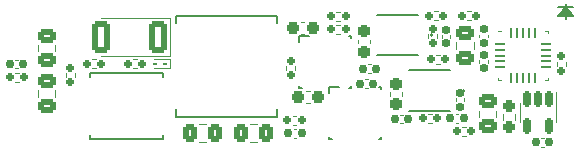
<source format=gbr>
%TF.GenerationSoftware,KiCad,Pcbnew,7.0.7*%
%TF.CreationDate,2024-08-01T01:42:33+03:00*%
%TF.ProjectId,_autosave-Main_PCB_002,5f617574-6f73-4617-9665-2d4d61696e5f,rev?*%
%TF.SameCoordinates,Original*%
%TF.FileFunction,Legend,Top*%
%TF.FilePolarity,Positive*%
%FSLAX46Y46*%
G04 Gerber Fmt 4.6, Leading zero omitted, Abs format (unit mm)*
G04 Created by KiCad (PCBNEW 7.0.7) date 2024-08-01 01:42:33*
%MOMM*%
%LPD*%
G01*
G04 APERTURE LIST*
G04 Aperture macros list*
%AMRoundRect*
0 Rectangle with rounded corners*
0 $1 Rounding radius*
0 $2 $3 $4 $5 $6 $7 $8 $9 X,Y pos of 4 corners*
0 Add a 4 corners polygon primitive as box body*
4,1,4,$2,$3,$4,$5,$6,$7,$8,$9,$2,$3,0*
0 Add four circle primitives for the rounded corners*
1,1,$1+$1,$2,$3*
1,1,$1+$1,$4,$5*
1,1,$1+$1,$6,$7*
1,1,$1+$1,$8,$9*
0 Add four rect primitives between the rounded corners*
20,1,$1+$1,$2,$3,$4,$5,0*
20,1,$1+$1,$4,$5,$6,$7,0*
20,1,$1+$1,$6,$7,$8,$9,0*
20,1,$1+$1,$8,$9,$2,$3,0*%
%AMFreePoly0*
4,1,14,0.230680,0.111820,0.364320,-0.021821,0.377500,-0.053642,0.377500,-0.080000,0.364320,-0.111820,0.332500,-0.125000,-0.332500,-0.125000,-0.364320,-0.111820,-0.377500,-0.080000,-0.377500,0.080000,-0.364320,0.111820,-0.332500,0.125000,0.198860,0.125000,0.230680,0.111820,0.230680,0.111820,$1*%
%AMFreePoly1*
4,1,14,0.364320,0.111820,0.377500,0.080000,0.377501,0.053640,0.364318,0.021819,0.230680,-0.111820,0.198860,-0.125000,-0.332500,-0.125000,-0.364320,-0.111820,-0.377500,-0.080000,-0.377500,0.080000,-0.364320,0.111820,-0.332500,0.125000,0.332500,0.125000,0.364320,0.111820,0.364320,0.111820,$1*%
%AMFreePoly2*
4,1,15,0.053642,0.377500,0.080000,0.377500,0.111820,0.364320,0.125000,0.332500,0.125000,-0.332500,0.111820,-0.364320,0.080000,-0.377500,-0.080000,-0.377500,-0.111820,-0.364320,-0.125000,-0.332500,-0.125000,0.198860,-0.111820,0.230680,0.021820,0.364320,0.053640,0.377501,0.053642,0.377500,0.053642,0.377500,$1*%
%AMFreePoly3*
4,1,14,-0.021820,0.364320,0.111820,0.230679,0.125001,0.198860,0.125000,-0.332500,0.111820,-0.364320,0.080000,-0.377500,-0.080000,-0.377500,-0.111820,-0.364320,-0.125000,-0.332500,-0.125000,0.332500,-0.111820,0.364320,-0.080000,0.377500,-0.053640,0.377500,-0.021820,0.364320,-0.021820,0.364320,$1*%
%AMFreePoly4*
4,1,14,0.364320,0.111820,0.377500,0.080000,0.377500,-0.080000,0.364320,-0.111820,0.332500,-0.125000,-0.198860,-0.125001,-0.230680,-0.111818,-0.364320,0.021820,-0.377500,0.053640,-0.377500,0.080000,-0.364320,0.111820,-0.332500,0.125000,0.332500,0.125000,0.364320,0.111820,0.364320,0.111820,$1*%
%AMFreePoly5*
4,1,15,-0.198858,0.125000,0.332500,0.125000,0.364320,0.111820,0.377500,0.080000,0.377500,-0.080000,0.364320,-0.111820,0.332500,-0.125000,-0.332500,-0.125000,-0.364320,-0.111820,-0.377500,-0.080000,-0.377500,-0.053640,-0.364320,-0.021820,-0.230680,0.111820,-0.198860,0.125001,-0.198858,0.125000,-0.198858,0.125000,$1*%
%AMFreePoly6*
4,1,14,0.111820,0.364320,0.125000,0.332500,0.125001,-0.198860,0.111818,-0.230680,-0.021820,-0.364320,-0.053640,-0.377500,-0.080000,-0.377500,-0.111820,-0.364320,-0.125000,-0.332500,-0.125000,0.332500,-0.111820,0.364320,-0.080000,0.377500,0.080000,0.377500,0.111820,0.364320,0.111820,0.364320,$1*%
%AMFreePoly7*
4,1,14,0.111820,0.364320,0.125000,0.332500,0.125000,-0.332500,0.111820,-0.364320,0.080000,-0.377500,0.053640,-0.377501,0.021819,-0.364318,-0.111820,-0.230680,-0.125000,-0.198860,-0.125000,0.332500,-0.111820,0.364320,-0.080000,0.377500,0.080000,0.377500,0.111820,0.364320,0.111820,0.364320,$1*%
G04 Aperture macros list end*
%ADD10C,0.120000*%
%ADD11C,0.152400*%
%ADD12C,0.200000*%
%ADD13C,0.900000*%
%ADD14C,1.600000*%
%ADD15RoundRect,0.237500X-0.300000X-0.237500X0.300000X-0.237500X0.300000X0.237500X-0.300000X0.237500X0*%
%ADD16RoundRect,0.237500X0.237500X-0.300000X0.237500X0.300000X-0.237500X0.300000X-0.237500X-0.300000X0*%
%ADD17C,2.200000*%
%ADD18RoundRect,0.160000X0.160000X-0.197500X0.160000X0.197500X-0.160000X0.197500X-0.160000X-0.197500X0*%
%ADD19RoundRect,0.250000X-0.475000X0.337500X-0.475000X-0.337500X0.475000X-0.337500X0.475000X0.337500X0*%
%ADD20RoundRect,0.160000X0.197500X0.160000X-0.197500X0.160000X-0.197500X-0.160000X0.197500X-0.160000X0*%
%ADD21FreePoly0,0.000000*%
%ADD22RoundRect,0.062500X-0.375000X-0.062500X0.375000X-0.062500X0.375000X0.062500X-0.375000X0.062500X0*%
%ADD23FreePoly1,0.000000*%
%ADD24FreePoly2,0.000000*%
%ADD25RoundRect,0.062500X-0.062500X-0.375000X0.062500X-0.375000X0.062500X0.375000X-0.062500X0.375000X0*%
%ADD26FreePoly3,0.000000*%
%ADD27FreePoly4,0.000000*%
%ADD28FreePoly5,0.000000*%
%ADD29FreePoly6,0.000000*%
%ADD30FreePoly7,0.000000*%
%ADD31R,1.016000X0.457200*%
%ADD32C,1.000000*%
%ADD33RoundRect,0.160000X-0.197500X-0.160000X0.197500X-0.160000X0.197500X0.160000X-0.197500X0.160000X0*%
%ADD34RoundRect,0.062500X-0.117500X-0.062500X0.117500X-0.062500X0.117500X0.062500X-0.117500X0.062500X0*%
%ADD35R,2.971800X6.604000*%
%ADD36RoundRect,0.155000X-0.155000X0.212500X-0.155000X-0.212500X0.155000X-0.212500X0.155000X0.212500X0*%
%ADD37RoundRect,0.155000X-0.212500X-0.155000X0.212500X-0.155000X0.212500X0.155000X-0.212500X0.155000X0*%
%ADD38RoundRect,0.160000X-0.160000X0.197500X-0.160000X-0.197500X0.160000X-0.197500X0.160000X0.197500X0*%
%ADD39RoundRect,0.155000X0.212500X0.155000X-0.212500X0.155000X-0.212500X-0.155000X0.212500X-0.155000X0*%
%ADD40RoundRect,0.155000X0.155000X-0.212500X0.155000X0.212500X-0.155000X0.212500X-0.155000X-0.212500X0*%
%ADD41RoundRect,0.250000X-0.337500X-0.475000X0.337500X-0.475000X0.337500X0.475000X-0.337500X0.475000X0*%
%ADD42R,0.599999X0.249999*%
%ADD43R,2.600000X2.999999*%
%ADD44C,0.499999*%
%ADD45RoundRect,0.250000X0.475000X-0.337500X0.475000X0.337500X-0.475000X0.337500X-0.475000X-0.337500X0*%
%ADD46RoundRect,0.250000X0.500000X1.100000X-0.500000X1.100000X-0.500000X-1.100000X0.500000X-1.100000X0*%
%ADD47RoundRect,0.150000X-0.150000X0.512500X-0.150000X-0.512500X0.150000X-0.512500X0.150000X0.512500X0*%
%ADD48RoundRect,0.237500X0.237500X-0.250000X0.237500X0.250000X-0.237500X0.250000X-0.237500X-0.250000X0*%
%ADD49R,0.711200X0.444500*%
%ADD50RoundRect,0.250000X0.337500X0.475000X-0.337500X0.475000X-0.337500X-0.475000X0.337500X-0.475000X0*%
%ADD51R,1.600200X2.692400*%
G04 APERTURE END LIST*
D10*
%TO.C,C10*%
X79947533Y-53744400D02*
X80240067Y-53744400D01*
X79947533Y-54764400D02*
X80240067Y-54764400D01*
%TO.C,C14*%
X84804600Y-55518267D02*
X84804600Y-55225733D01*
X85824600Y-55518267D02*
X85824600Y-55225733D01*
%TO.C,R1*%
X60021200Y-58333621D02*
X60021200Y-57998379D01*
X60781200Y-58333621D02*
X60781200Y-57998379D01*
%TO.C,C19*%
X94584000Y-55444848D02*
X94584000Y-55967352D01*
X93114000Y-55444848D02*
X93114000Y-55967352D01*
%TO.C,R3*%
X56047021Y-58774600D02*
X55711779Y-58774600D01*
X56047021Y-58014600D02*
X55711779Y-58014600D01*
%TO.C,U2*%
X96645200Y-58657500D02*
X96645200Y-58432500D01*
X96870200Y-54437500D02*
X96645200Y-54437500D01*
X96870200Y-58657500D02*
X96645200Y-58657500D01*
X100640200Y-54437500D02*
X100865200Y-54437500D01*
X100640200Y-58657500D02*
X100865200Y-58657500D01*
X100865200Y-54437500D02*
X100865200Y-54662500D01*
X100865200Y-58657500D02*
X100865200Y-58432500D01*
D11*
%TO.C,U1*%
X68262500Y-63627000D02*
X68262500Y-63312040D01*
X68262500Y-58379360D02*
X68262500Y-58064400D01*
X68262500Y-58064400D02*
X62115700Y-58064400D01*
X62115700Y-63627000D02*
X68262500Y-63627000D01*
X62115700Y-63312040D02*
X62115700Y-63627000D01*
X62115700Y-58064400D02*
X62115700Y-58379360D01*
D10*
%TO.C,R2*%
X62265579Y-56871600D02*
X62600821Y-56871600D01*
X62265579Y-57631600D02*
X62600821Y-57631600D01*
%TO.C,D5*%
X68855200Y-57638900D02*
X68855200Y-56838900D01*
X67495200Y-57638900D02*
X68855200Y-57638900D01*
X67495200Y-56838900D02*
X68855200Y-56838900D01*
D11*
%TO.C,L1*%
X77893000Y-61734700D02*
X77893000Y-61089540D01*
X77893000Y-53820060D02*
X77893000Y-53174900D01*
X77893000Y-53174900D02*
X69333200Y-53174900D01*
X69333200Y-61734700D02*
X77893000Y-61734700D01*
X69333200Y-61089540D02*
X69333200Y-61734700D01*
X69333200Y-53174900D02*
X69333200Y-53820060D01*
D10*
%TO.C,R12*%
X91032121Y-62254400D02*
X90696879Y-62254400D01*
X91032121Y-61494400D02*
X90696879Y-61494400D01*
%TO.C,R8*%
X82955579Y-53959100D02*
X83290821Y-53959100D01*
X82955579Y-54719100D02*
X83290821Y-54719100D01*
%TO.C,C17*%
X93781200Y-60183765D02*
X93781200Y-60415435D01*
X93061200Y-60183765D02*
X93061200Y-60415435D01*
%TO.C,R7*%
X83288521Y-53618400D02*
X82953279Y-53618400D01*
X83288521Y-52858400D02*
X82953279Y-52858400D01*
%TO.C,C11*%
X85355165Y-58568000D02*
X85586835Y-58568000D01*
X85355165Y-59288000D02*
X85586835Y-59288000D01*
%TO.C,C21*%
X92583400Y-54807665D02*
X92583400Y-55039335D01*
X91863400Y-54807665D02*
X91863400Y-55039335D01*
%TO.C,C15*%
X96493000Y-61206748D02*
X96493000Y-61729252D01*
X95023000Y-61206748D02*
X95023000Y-61729252D01*
%TO.C,R9*%
X102361000Y-57058579D02*
X102361000Y-57393821D01*
X101601000Y-57058579D02*
X101601000Y-57393821D01*
%TO.C,C3*%
X55995235Y-57637000D02*
X55763565Y-57637000D01*
X55995235Y-56917000D02*
X55763565Y-56917000D01*
%TO.C,C6*%
X95042400Y-57164235D02*
X95042400Y-56932565D01*
X95762400Y-57164235D02*
X95762400Y-56932565D01*
%TO.C,C7*%
X95042400Y-55021935D02*
X95042400Y-54790265D01*
X95762400Y-55021935D02*
X95762400Y-54790265D01*
%TO.C,C13*%
X88361065Y-61565200D02*
X88592735Y-61565200D01*
X88361065Y-62285200D02*
X88592735Y-62285200D01*
%TO.C,R4*%
X65744779Y-56858900D02*
X66080021Y-56858900D01*
X65744779Y-57618900D02*
X66080021Y-57618900D01*
%TO.C,C12*%
X87484300Y-59937867D02*
X87484300Y-59645333D01*
X88504300Y-59937867D02*
X88504300Y-59645333D01*
%TO.C,C4*%
X71345248Y-62358600D02*
X71867752Y-62358600D01*
X71345248Y-63828600D02*
X71867752Y-63828600D01*
%TO.C,R5*%
X91556821Y-53567600D02*
X91221579Y-53567600D01*
X91556821Y-52807600D02*
X91221579Y-52807600D01*
D12*
%TO.C,U4*%
X79812599Y-54867602D02*
X80612600Y-54867602D01*
X79812599Y-55367601D02*
X79812599Y-54867602D01*
X79812599Y-59267598D02*
X79812599Y-59092602D01*
X79812599Y-59267598D02*
X80012599Y-59267598D01*
X84012601Y-54867602D02*
X84212601Y-54867602D01*
X84012601Y-59267598D02*
X84212601Y-59267598D01*
X84212601Y-55042598D02*
X84212601Y-54867602D01*
X84212601Y-59267598D02*
X84212601Y-59092602D01*
D10*
%TO.C,C2*%
X57686950Y-60029402D02*
X57686950Y-59506898D01*
X59156950Y-60029402D02*
X59156950Y-59506898D01*
%TO.C,C16*%
X85634565Y-57298000D02*
X85866235Y-57298000D01*
X85634565Y-58018000D02*
X85866235Y-58018000D01*
%TO.C,C1*%
X59156950Y-55646098D02*
X59156950Y-56168602D01*
X57686950Y-55646098D02*
X57686950Y-56168602D01*
%TO.C,R13*%
X93893621Y-63321200D02*
X93558379Y-63321200D01*
X93893621Y-62561200D02*
X93558379Y-62561200D01*
%TO.C,D4*%
X68853100Y-56562900D02*
X68853100Y-53342900D01*
X68853100Y-53342900D02*
X63043100Y-53342900D01*
X63043100Y-56562900D02*
X68853100Y-56562900D01*
%TO.C,U5*%
X101570000Y-61397300D02*
X101570000Y-59597300D01*
X101570000Y-61397300D02*
X101570000Y-62197300D01*
X98450000Y-61397300D02*
X98450000Y-60597300D01*
X98450000Y-61397300D02*
X98450000Y-62197300D01*
D12*
%TO.C,U3*%
X82339899Y-59185602D02*
X83139900Y-59185602D01*
X82339899Y-59685601D02*
X82339899Y-59185602D01*
X82339899Y-63585598D02*
X82339899Y-63410602D01*
X82339899Y-63585598D02*
X82539899Y-63585598D01*
X86539901Y-59185602D02*
X86739901Y-59185602D01*
X86539901Y-63585598D02*
X86739901Y-63585598D01*
X86739901Y-59360598D02*
X86739901Y-59185602D01*
X86739901Y-63585598D02*
X86739901Y-63410602D01*
D10*
%TO.C,R16*%
X97013500Y-61976724D02*
X97013500Y-61467276D01*
X98058500Y-61976724D02*
X98058500Y-61467276D01*
D11*
%TO.C,LED1*%
X102997000Y-52463700D02*
X101727000Y-52463700D01*
X102362000Y-52463700D02*
X102997000Y-53225700D01*
X102362000Y-52463700D02*
X102870000Y-53225700D01*
X102362000Y-52463700D02*
X102743000Y-53225700D01*
X102362000Y-52463700D02*
X102616000Y-53225700D01*
X102362000Y-52463700D02*
X102489000Y-53225700D01*
X102362000Y-52463700D02*
X102235000Y-53225700D01*
X102362000Y-52463700D02*
X102108000Y-53225700D01*
X102362000Y-52463700D02*
X101981000Y-53225700D01*
X102362000Y-52463700D02*
X101854000Y-53225700D01*
X102362000Y-52463700D02*
X101727000Y-53225700D01*
X102997000Y-53225700D02*
X101727000Y-53225700D01*
X102362000Y-53479700D02*
X102362000Y-52209700D01*
D10*
%TO.C,R15*%
X91730621Y-57225200D02*
X91395379Y-57225200D01*
X91730621Y-56465200D02*
X91395379Y-56465200D01*
%TO.C,C8*%
X80405833Y-59535600D02*
X80698367Y-59535600D01*
X80405833Y-60555600D02*
X80698367Y-60555600D01*
%TO.C,R6*%
X94350821Y-53567600D02*
X94015579Y-53567600D01*
X94350821Y-52807600D02*
X94015579Y-52807600D01*
%TO.C,C20*%
X100264965Y-63546400D02*
X100496635Y-63546400D01*
X100264965Y-64266400D02*
X100496635Y-64266400D01*
%TO.C,R11*%
X78715600Y-57786921D02*
X78715600Y-57451679D01*
X79475600Y-57786921D02*
X79475600Y-57451679D01*
%TO.C,C5*%
X76185752Y-63828600D02*
X75663248Y-63828600D01*
X76185752Y-62358600D02*
X75663248Y-62358600D01*
D11*
%TO.C,L2*%
X92557600Y-57810400D02*
X89103200Y-57810400D01*
X89103200Y-61264800D02*
X92557600Y-61264800D01*
X93776800Y-59537600D02*
G75*
G03*
X93776800Y-59537600I-76200J0D01*
G01*
D10*
%TO.C,R14*%
X90725800Y-55094521D02*
X90725800Y-54759279D01*
X91485800Y-55094521D02*
X91485800Y-54759279D01*
%TO.C,C9*%
X79558335Y-63504400D02*
X79326665Y-63504400D01*
X79558335Y-62784400D02*
X79326665Y-62784400D01*
%TO.C,C18*%
X93034665Y-61514400D02*
X93266335Y-61514400D01*
X93034665Y-62234400D02*
X93266335Y-62234400D01*
D11*
%TO.C,L3*%
X89865200Y-53086000D02*
X86410800Y-53086000D01*
X86410800Y-56540400D02*
X89865200Y-56540400D01*
X91084400Y-54813200D02*
G75*
G03*
X91084400Y-54813200I-76200J0D01*
G01*
D10*
%TO.C,R10*%
X79568021Y-62406800D02*
X79232779Y-62406800D01*
X79568021Y-61646800D02*
X79232779Y-61646800D01*
%TD*%
%LPC*%
%TO.C,U1*%
G36*
X66332100Y-63004700D02*
G01*
X62776100Y-63004700D01*
X62776100Y-58686700D01*
X66332100Y-58686700D01*
X66332100Y-63004700D01*
G37*
%TD*%
D13*
%TO.C,D27*%
X87325200Y-63855600D03*
%TD*%
D14*
%TO.C,D3*%
X60401200Y-60350400D03*
%TD*%
D15*
%TO.C,C10*%
X79231300Y-54254400D03*
X80956300Y-54254400D03*
%TD*%
D14*
%TO.C,D19*%
X55321200Y-55270400D03*
%TD*%
D16*
%TO.C,C14*%
X85314600Y-56234500D03*
X85314600Y-54509500D03*
%TD*%
D17*
%TO.C,D29*%
X55626000Y-63246000D03*
%TD*%
D18*
%TO.C,R1*%
X60401200Y-58763500D03*
X60401200Y-57568500D03*
%TD*%
D13*
%TO.C,D12*%
X62585600Y-52324000D03*
%TD*%
D19*
%TO.C,C19*%
X93849000Y-54668600D03*
X93849000Y-56743600D03*
%TD*%
D20*
%TO.C,R3*%
X56476900Y-58394600D03*
X55281900Y-58394600D03*
%TD*%
D14*
%TO.C,D2*%
X60401200Y-55270400D03*
%TD*%
D17*
%TO.C,D30*%
X104394000Y-52578000D03*
%TD*%
D21*
%TO.C,U2*%
X96757700Y-55047500D03*
D22*
X96817700Y-55547500D03*
X96817700Y-56047500D03*
X96817700Y-56547500D03*
X96817700Y-57047500D03*
X96817700Y-57547500D03*
D23*
X96757700Y-58047500D03*
D24*
X97255200Y-58545000D03*
D25*
X97755200Y-58485000D03*
X98255200Y-58485000D03*
X98755200Y-58485000D03*
X99255200Y-58485000D03*
X99755200Y-58485000D03*
D26*
X100255200Y-58545000D03*
D27*
X100752700Y-58047500D03*
D22*
X100692700Y-57547500D03*
X100692700Y-57047500D03*
X100692700Y-56547500D03*
X100692700Y-56047500D03*
X100692700Y-55547500D03*
D28*
X100752700Y-55047500D03*
D29*
X100255200Y-54550000D03*
D25*
X99755200Y-54610000D03*
X99255200Y-54610000D03*
X98755200Y-54610000D03*
X98255200Y-54610000D03*
X97755200Y-54610000D03*
D30*
X97255200Y-54550000D03*
%TD*%
D13*
%TO.C,D20*%
X89712800Y-52019200D03*
%TD*%
D31*
%TO.C,U1*%
X68110100Y-62750700D03*
X68110100Y-61480700D03*
X68110100Y-60210700D03*
X68110100Y-58940700D03*
X62268100Y-58940700D03*
X62268100Y-60210700D03*
X62268100Y-61480700D03*
X62268100Y-62750700D03*
%TD*%
D32*
%TO.C,D18*%
X103581200Y-58674000D03*
%TD*%
D33*
%TO.C,R2*%
X61835700Y-57251600D03*
X63030700Y-57251600D03*
%TD*%
D34*
%TO.C,D5*%
X68415200Y-57238900D03*
X67575200Y-57238900D03*
%TD*%
D35*
%TO.C,L1*%
X76432500Y-57454800D03*
X70793700Y-57454800D03*
%TD*%
D20*
%TO.C,R12*%
X91462000Y-61874400D03*
X90267000Y-61874400D03*
%TD*%
D33*
%TO.C,R8*%
X82525700Y-54339100D03*
X83720700Y-54339100D03*
%TD*%
D36*
%TO.C,C17*%
X93421200Y-59732100D03*
X93421200Y-60867100D03*
%TD*%
D20*
%TO.C,R7*%
X83718400Y-53238400D03*
X82523400Y-53238400D03*
%TD*%
D37*
%TO.C,C11*%
X84903500Y-58928000D03*
X86038500Y-58928000D03*
%TD*%
D36*
%TO.C,C21*%
X92223400Y-54356000D03*
X92223400Y-55491000D03*
%TD*%
D13*
%TO.C,D22*%
X88188800Y-52019200D03*
%TD*%
D19*
%TO.C,C15*%
X95758000Y-60430500D03*
X95758000Y-62505500D03*
%TD*%
D38*
%TO.C,R9*%
X101981000Y-56628700D03*
X101981000Y-57823700D03*
%TD*%
D14*
%TO.C,D1*%
X55321200Y-60350400D03*
%TD*%
D39*
%TO.C,C3*%
X56446900Y-57277000D03*
X55311900Y-57277000D03*
%TD*%
D13*
%TO.C,D25*%
X88849200Y-63855600D03*
%TD*%
D40*
%TO.C,C6*%
X95402400Y-57615900D03*
X95402400Y-56480900D03*
%TD*%
%TO.C,C7*%
X95402400Y-55473600D03*
X95402400Y-54338600D03*
%TD*%
D13*
%TO.C,D21*%
X91897200Y-63855600D03*
%TD*%
D37*
%TO.C,C13*%
X87909400Y-61925200D03*
X89044400Y-61925200D03*
%TD*%
D13*
%TO.C,D10*%
X97993200Y-51917600D03*
%TD*%
%TO.C,D7*%
X95351600Y-51816000D03*
%TD*%
D33*
%TO.C,R4*%
X65314900Y-57238900D03*
X66509900Y-57238900D03*
%TD*%
D13*
%TO.C,D24*%
X86664800Y-52019200D03*
%TD*%
D16*
%TO.C,C12*%
X87994300Y-60654100D03*
X87994300Y-58929100D03*
%TD*%
D32*
%TO.C,D17*%
X103581200Y-57048400D03*
%TD*%
D41*
%TO.C,C4*%
X70569000Y-63093600D03*
X72644000Y-63093600D03*
%TD*%
D20*
%TO.C,R5*%
X91986700Y-53187600D03*
X90791700Y-53187600D03*
%TD*%
D42*
%TO.C,U4*%
X80112601Y-55817600D03*
X80112601Y-56317599D03*
X80112601Y-56817600D03*
X80112601Y-57317600D03*
X80112601Y-57817598D03*
X80112601Y-58317600D03*
X83912599Y-58317600D03*
X83912599Y-57817598D03*
X83912599Y-57317600D03*
X83912599Y-56817598D03*
X83912599Y-56317599D03*
X83912599Y-55817600D03*
D43*
X82012600Y-57067600D03*
D44*
X81012599Y-57067600D03*
X82012600Y-55867600D03*
X82012600Y-57067600D03*
X82012600Y-58267600D03*
X83012601Y-57067600D03*
%TD*%
D13*
%TO.C,D23*%
X90373200Y-63855600D03*
%TD*%
%TO.C,D13*%
X61061600Y-52324000D03*
%TD*%
D45*
%TO.C,C2*%
X58421950Y-60805650D03*
X58421950Y-58730650D03*
%TD*%
D32*
%TO.C,D16*%
X58724800Y-62788800D03*
%TD*%
D13*
%TO.C,D11*%
X64109600Y-52324000D03*
%TD*%
D37*
%TO.C,C16*%
X85182900Y-57658000D03*
X86317900Y-57658000D03*
%TD*%
D19*
%TO.C,C1*%
X58421950Y-54869850D03*
X58421950Y-56944850D03*
%TD*%
D13*
%TO.C,D8*%
X101041200Y-51917600D03*
%TD*%
D20*
%TO.C,R13*%
X94323500Y-62941200D03*
X93128500Y-62941200D03*
%TD*%
D17*
%TO.C,D28*%
X55626000Y-52324000D03*
%TD*%
D46*
%TO.C,D4*%
X67843100Y-54952900D03*
X63043100Y-54952900D03*
%TD*%
D47*
%TO.C,U5*%
X100960000Y-60259800D03*
X100010000Y-60259800D03*
X99060000Y-60259800D03*
X99060000Y-62534800D03*
X100960000Y-62534800D03*
%TD*%
D42*
%TO.C,U3*%
X82639901Y-60135600D03*
X82639901Y-60635599D03*
X82639901Y-61135600D03*
X82639901Y-61635600D03*
X82639901Y-62135598D03*
X82639901Y-62635600D03*
X86439899Y-62635600D03*
X86439899Y-62135598D03*
X86439899Y-61635600D03*
X86439899Y-61135598D03*
X86439899Y-60635599D03*
X86439899Y-60135600D03*
D43*
X84539900Y-61385600D03*
D44*
X83539899Y-61385600D03*
X84539900Y-60185600D03*
X84539900Y-61385600D03*
X84539900Y-62585600D03*
X85539901Y-61385600D03*
%TD*%
D48*
%TO.C,R16*%
X97536000Y-62634500D03*
X97536000Y-60809500D03*
%TD*%
D13*
%TO.C,D9*%
X99517200Y-51917600D03*
%TD*%
D49*
%TO.C,LED1*%
X102362000Y-54717950D03*
X102362000Y-55873650D03*
%TD*%
D20*
%TO.C,R15*%
X92160500Y-56845200D03*
X90965500Y-56845200D03*
%TD*%
D15*
%TO.C,C8*%
X79689600Y-60045600D03*
X81414600Y-60045600D03*
%TD*%
D20*
%TO.C,R6*%
X94780700Y-53187600D03*
X93585700Y-53187600D03*
%TD*%
D37*
%TO.C,C20*%
X99813300Y-63906400D03*
X100948300Y-63906400D03*
%TD*%
D18*
%TO.C,R11*%
X79095600Y-58216800D03*
X79095600Y-57021800D03*
%TD*%
D13*
%TO.C,D14*%
X59563000Y-52349400D03*
%TD*%
%TO.C,D6*%
X93827600Y-51816000D03*
%TD*%
D17*
%TO.C,D31*%
X104394000Y-63246000D03*
%TD*%
D50*
%TO.C,C5*%
X76962000Y-63093600D03*
X74887000Y-63093600D03*
%TD*%
D51*
%TO.C,L2*%
X91782900Y-59537600D03*
X89877900Y-59537600D03*
%TD*%
D32*
%TO.C,D15*%
X60502800Y-62788800D03*
%TD*%
D18*
%TO.C,R14*%
X91105800Y-55524400D03*
X91105800Y-54329400D03*
%TD*%
D39*
%TO.C,C9*%
X80010000Y-63144400D03*
X78875000Y-63144400D03*
%TD*%
D37*
%TO.C,C18*%
X92583000Y-61874400D03*
X93718000Y-61874400D03*
%TD*%
D13*
%TO.C,D26*%
X85140800Y-52019200D03*
%TD*%
D51*
%TO.C,L3*%
X89090500Y-54813200D03*
X87185500Y-54813200D03*
%TD*%
D20*
%TO.C,R10*%
X79997900Y-62026800D03*
X78802900Y-62026800D03*
%TD*%
%LPD*%
M02*

</source>
